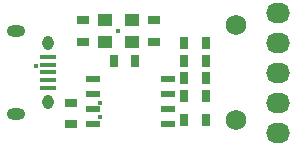
<source format=gts>
G04 #@! TF.FileFunction,Soldermask,Top*
%FSLAX46Y46*%
G04 Gerber Fmt 4.6, Leading zero omitted, Abs format (unit mm)*
G04 Created by KiCad (PCBNEW 4.0.2+dfsg1-stable) date su 16. lokakuuta 2016 16.05.07*
%MOMM*%
G01*
G04 APERTURE LIST*
%ADD10C,0.100000*%
%ADD11C,0.400000*%
%ADD12O,2.032000X1.727200*%
%ADD13R,1.350000X0.400000*%
%ADD14O,0.950000X1.250000*%
%ADD15O,1.550000X1.000000*%
%ADD16C,1.727200*%
%ADD17R,0.800000X1.000000*%
%ADD18R,1.000000X0.800000*%
%ADD19R,1.143000X0.508000*%
%ADD20R,1.300000X1.100000*%
G04 APERTURE END LIST*
D10*
D11*
X118500000Y-83000000D03*
X125500000Y-80000000D03*
X123960000Y-87270000D03*
X123960000Y-86127000D03*
D12*
X139000000Y-78500000D03*
X139000000Y-81040000D03*
X139000000Y-83580000D03*
X139000000Y-86120000D03*
X139000000Y-88660000D03*
D13*
X119562540Y-82199100D03*
X119562540Y-82849100D03*
X119562540Y-83499100D03*
X119562540Y-84149100D03*
X119562540Y-84799100D03*
D14*
X119562540Y-80999100D03*
X119562540Y-85999100D03*
D15*
X116862540Y-79999100D03*
X116862540Y-86999100D03*
D16*
X135500000Y-87500000D03*
D17*
X132900000Y-82500000D03*
X131100000Y-82500000D03*
X132900000Y-81000000D03*
X131100000Y-81000000D03*
D18*
X122500000Y-80900000D03*
X122500000Y-79100000D03*
X128500000Y-79100000D03*
X128500000Y-80900000D03*
X121500000Y-87900000D03*
X121500000Y-86100000D03*
D17*
X131100000Y-85500000D03*
X132900000Y-85500000D03*
D19*
X129675000Y-84095000D03*
X129675000Y-85365000D03*
X129675000Y-86635000D03*
X129675000Y-87905000D03*
X123325000Y-87905000D03*
X123325000Y-86635000D03*
X123325000Y-85365000D03*
X123325000Y-84095000D03*
D17*
X126900000Y-82500000D03*
X125100000Y-82500000D03*
X132900000Y-84000000D03*
X131100000Y-84000000D03*
X131100000Y-87500000D03*
X132900000Y-87500000D03*
D16*
X135500000Y-79500000D03*
D20*
X124350000Y-79050000D03*
X126650000Y-79050000D03*
X126650000Y-80950000D03*
X124350000Y-80950000D03*
M02*

</source>
